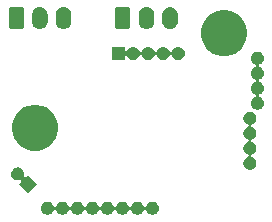
<source format=gbr>
G04 #@! TF.GenerationSoftware,KiCad,Pcbnew,5.1.5+dfsg1-2build2*
G04 #@! TF.CreationDate,2021-02-09T17:16:18+01:00*
G04 #@! TF.ProjectId,base2.0,62617365-322e-4302-9e6b-696361645f70,rev?*
G04 #@! TF.SameCoordinates,Original*
G04 #@! TF.FileFunction,Soldermask,Bot*
G04 #@! TF.FilePolarity,Negative*
%FSLAX46Y46*%
G04 Gerber Fmt 4.6, Leading zero omitted, Abs format (unit mm)*
G04 Created by KiCad (PCBNEW 5.1.5+dfsg1-2build2) date 2021-02-09 17:16:18*
%MOMM*%
%LPD*%
G04 APERTURE LIST*
%ADD10C,0.350000*%
G04 APERTURE END LIST*
D10*
G36*
X139705222Y-120980675D02*
G01*
X139805496Y-121022210D01*
X139805497Y-121022211D01*
X139895743Y-121082511D01*
X139972491Y-121159259D01*
X139972492Y-121159261D01*
X140032792Y-121249506D01*
X140064017Y-121324890D01*
X140075568Y-121346501D01*
X140091113Y-121365442D01*
X140110055Y-121380988D01*
X140131666Y-121392539D01*
X140155115Y-121399652D01*
X140179501Y-121402054D01*
X140203887Y-121399652D01*
X140227336Y-121392539D01*
X140248947Y-121380988D01*
X140267888Y-121365443D01*
X140283434Y-121346501D01*
X140294985Y-121324890D01*
X140326210Y-121249506D01*
X140386510Y-121159261D01*
X140386511Y-121159259D01*
X140463259Y-121082511D01*
X140553505Y-121022211D01*
X140553506Y-121022210D01*
X140653780Y-120980675D01*
X140760231Y-120959501D01*
X140868771Y-120959501D01*
X140975222Y-120980675D01*
X141075496Y-121022210D01*
X141075497Y-121022211D01*
X141165743Y-121082511D01*
X141242491Y-121159259D01*
X141242492Y-121159261D01*
X141302792Y-121249506D01*
X141334017Y-121324890D01*
X141345568Y-121346501D01*
X141361113Y-121365442D01*
X141380055Y-121380988D01*
X141401666Y-121392539D01*
X141425115Y-121399652D01*
X141449501Y-121402054D01*
X141473887Y-121399652D01*
X141497336Y-121392539D01*
X141518947Y-121380988D01*
X141537888Y-121365443D01*
X141553434Y-121346501D01*
X141564985Y-121324890D01*
X141596210Y-121249506D01*
X141656510Y-121159261D01*
X141656511Y-121159259D01*
X141733259Y-121082511D01*
X141823505Y-121022211D01*
X141823506Y-121022210D01*
X141923780Y-120980675D01*
X142030231Y-120959501D01*
X142138771Y-120959501D01*
X142245222Y-120980675D01*
X142345496Y-121022210D01*
X142345497Y-121022211D01*
X142435743Y-121082511D01*
X142512491Y-121159259D01*
X142512492Y-121159261D01*
X142572792Y-121249506D01*
X142604017Y-121324890D01*
X142615568Y-121346501D01*
X142631113Y-121365442D01*
X142650055Y-121380988D01*
X142671666Y-121392539D01*
X142695115Y-121399652D01*
X142719501Y-121402054D01*
X142743887Y-121399652D01*
X142767336Y-121392539D01*
X142788947Y-121380988D01*
X142807888Y-121365443D01*
X142823434Y-121346501D01*
X142834985Y-121324890D01*
X142866210Y-121249506D01*
X142926510Y-121159261D01*
X142926511Y-121159259D01*
X143003259Y-121082511D01*
X143093505Y-121022211D01*
X143093506Y-121022210D01*
X143193780Y-120980675D01*
X143300231Y-120959501D01*
X143408771Y-120959501D01*
X143515222Y-120980675D01*
X143615496Y-121022210D01*
X143615497Y-121022211D01*
X143705743Y-121082511D01*
X143782491Y-121159259D01*
X143782492Y-121159261D01*
X143842792Y-121249506D01*
X143874017Y-121324890D01*
X143885568Y-121346501D01*
X143901113Y-121365442D01*
X143920055Y-121380988D01*
X143941666Y-121392539D01*
X143965115Y-121399652D01*
X143989501Y-121402054D01*
X144013887Y-121399652D01*
X144037336Y-121392539D01*
X144058947Y-121380988D01*
X144077888Y-121365443D01*
X144093434Y-121346501D01*
X144104985Y-121324890D01*
X144136210Y-121249506D01*
X144196510Y-121159261D01*
X144196511Y-121159259D01*
X144273259Y-121082511D01*
X144363505Y-121022211D01*
X144363506Y-121022210D01*
X144463780Y-120980675D01*
X144570231Y-120959501D01*
X144678771Y-120959501D01*
X144785222Y-120980675D01*
X144885496Y-121022210D01*
X144885497Y-121022211D01*
X144975743Y-121082511D01*
X145052491Y-121159259D01*
X145052492Y-121159261D01*
X145112792Y-121249506D01*
X145144017Y-121324890D01*
X145155568Y-121346501D01*
X145171113Y-121365442D01*
X145190055Y-121380988D01*
X145211666Y-121392539D01*
X145235115Y-121399652D01*
X145259501Y-121402054D01*
X145283887Y-121399652D01*
X145307336Y-121392539D01*
X145328947Y-121380988D01*
X145347888Y-121365443D01*
X145363434Y-121346501D01*
X145374985Y-121324890D01*
X145406210Y-121249506D01*
X145466510Y-121159261D01*
X145466511Y-121159259D01*
X145543259Y-121082511D01*
X145633505Y-121022211D01*
X145633506Y-121022210D01*
X145733780Y-120980675D01*
X145840231Y-120959501D01*
X145948771Y-120959501D01*
X146055222Y-120980675D01*
X146155496Y-121022210D01*
X146155497Y-121022211D01*
X146245743Y-121082511D01*
X146322491Y-121159259D01*
X146322492Y-121159261D01*
X146382792Y-121249506D01*
X146414017Y-121324890D01*
X146425568Y-121346501D01*
X146441113Y-121365442D01*
X146460055Y-121380988D01*
X146481666Y-121392539D01*
X146505115Y-121399652D01*
X146529501Y-121402054D01*
X146553887Y-121399652D01*
X146577336Y-121392539D01*
X146598947Y-121380988D01*
X146617888Y-121365443D01*
X146633434Y-121346501D01*
X146644985Y-121324890D01*
X146676210Y-121249506D01*
X146736510Y-121159261D01*
X146736511Y-121159259D01*
X146813259Y-121082511D01*
X146903505Y-121022211D01*
X146903506Y-121022210D01*
X147003780Y-120980675D01*
X147110231Y-120959501D01*
X147218771Y-120959501D01*
X147325222Y-120980675D01*
X147425496Y-121022210D01*
X147425497Y-121022211D01*
X147515743Y-121082511D01*
X147592491Y-121159259D01*
X147592492Y-121159261D01*
X147652792Y-121249506D01*
X147684017Y-121324890D01*
X147695568Y-121346501D01*
X147711113Y-121365442D01*
X147730055Y-121380988D01*
X147751666Y-121392539D01*
X147775115Y-121399652D01*
X147799501Y-121402054D01*
X147823887Y-121399652D01*
X147847336Y-121392539D01*
X147868947Y-121380988D01*
X147887888Y-121365443D01*
X147903434Y-121346501D01*
X147914985Y-121324890D01*
X147946210Y-121249506D01*
X148006510Y-121159261D01*
X148006511Y-121159259D01*
X148083259Y-121082511D01*
X148173505Y-121022211D01*
X148173506Y-121022210D01*
X148273780Y-120980675D01*
X148380231Y-120959501D01*
X148488771Y-120959501D01*
X148595222Y-120980675D01*
X148695496Y-121022210D01*
X148695497Y-121022211D01*
X148785743Y-121082511D01*
X148862491Y-121159259D01*
X148862492Y-121159261D01*
X148922792Y-121249506D01*
X148964327Y-121349780D01*
X148985501Y-121456231D01*
X148985501Y-121564771D01*
X148964327Y-121671222D01*
X148922792Y-121771496D01*
X148922791Y-121771497D01*
X148862491Y-121861743D01*
X148785743Y-121938491D01*
X148740313Y-121968846D01*
X148695496Y-121998792D01*
X148595222Y-122040327D01*
X148488771Y-122061501D01*
X148380231Y-122061501D01*
X148273780Y-122040327D01*
X148173506Y-121998792D01*
X148128689Y-121968846D01*
X148083259Y-121938491D01*
X148006511Y-121861743D01*
X147946211Y-121771497D01*
X147946210Y-121771496D01*
X147914985Y-121696112D01*
X147903434Y-121674501D01*
X147887889Y-121655560D01*
X147868947Y-121640014D01*
X147847336Y-121628463D01*
X147823887Y-121621350D01*
X147799501Y-121618948D01*
X147775115Y-121621350D01*
X147751666Y-121628463D01*
X147730055Y-121640014D01*
X147711114Y-121655559D01*
X147695568Y-121674501D01*
X147684017Y-121696112D01*
X147652792Y-121771496D01*
X147652791Y-121771497D01*
X147592491Y-121861743D01*
X147515743Y-121938491D01*
X147470313Y-121968846D01*
X147425496Y-121998792D01*
X147325222Y-122040327D01*
X147218771Y-122061501D01*
X147110231Y-122061501D01*
X147003780Y-122040327D01*
X146903506Y-121998792D01*
X146858689Y-121968846D01*
X146813259Y-121938491D01*
X146736511Y-121861743D01*
X146676211Y-121771497D01*
X146676210Y-121771496D01*
X146644985Y-121696112D01*
X146633434Y-121674501D01*
X146617889Y-121655560D01*
X146598947Y-121640014D01*
X146577336Y-121628463D01*
X146553887Y-121621350D01*
X146529501Y-121618948D01*
X146505115Y-121621350D01*
X146481666Y-121628463D01*
X146460055Y-121640014D01*
X146441114Y-121655559D01*
X146425568Y-121674501D01*
X146414017Y-121696112D01*
X146382792Y-121771496D01*
X146382791Y-121771497D01*
X146322491Y-121861743D01*
X146245743Y-121938491D01*
X146200313Y-121968846D01*
X146155496Y-121998792D01*
X146055222Y-122040327D01*
X145948771Y-122061501D01*
X145840231Y-122061501D01*
X145733780Y-122040327D01*
X145633506Y-121998792D01*
X145588689Y-121968846D01*
X145543259Y-121938491D01*
X145466511Y-121861743D01*
X145406211Y-121771497D01*
X145406210Y-121771496D01*
X145374985Y-121696112D01*
X145363434Y-121674501D01*
X145347889Y-121655560D01*
X145328947Y-121640014D01*
X145307336Y-121628463D01*
X145283887Y-121621350D01*
X145259501Y-121618948D01*
X145235115Y-121621350D01*
X145211666Y-121628463D01*
X145190055Y-121640014D01*
X145171114Y-121655559D01*
X145155568Y-121674501D01*
X145144017Y-121696112D01*
X145112792Y-121771496D01*
X145112791Y-121771497D01*
X145052491Y-121861743D01*
X144975743Y-121938491D01*
X144930313Y-121968846D01*
X144885496Y-121998792D01*
X144785222Y-122040327D01*
X144678771Y-122061501D01*
X144570231Y-122061501D01*
X144463780Y-122040327D01*
X144363506Y-121998792D01*
X144318689Y-121968846D01*
X144273259Y-121938491D01*
X144196511Y-121861743D01*
X144136211Y-121771497D01*
X144136210Y-121771496D01*
X144104985Y-121696112D01*
X144093434Y-121674501D01*
X144077889Y-121655560D01*
X144058947Y-121640014D01*
X144037336Y-121628463D01*
X144013887Y-121621350D01*
X143989501Y-121618948D01*
X143965115Y-121621350D01*
X143941666Y-121628463D01*
X143920055Y-121640014D01*
X143901114Y-121655559D01*
X143885568Y-121674501D01*
X143874017Y-121696112D01*
X143842792Y-121771496D01*
X143842791Y-121771497D01*
X143782491Y-121861743D01*
X143705743Y-121938491D01*
X143660313Y-121968846D01*
X143615496Y-121998792D01*
X143515222Y-122040327D01*
X143408771Y-122061501D01*
X143300231Y-122061501D01*
X143193780Y-122040327D01*
X143093506Y-121998792D01*
X143048689Y-121968846D01*
X143003259Y-121938491D01*
X142926511Y-121861743D01*
X142866211Y-121771497D01*
X142866210Y-121771496D01*
X142834985Y-121696112D01*
X142823434Y-121674501D01*
X142807889Y-121655560D01*
X142788947Y-121640014D01*
X142767336Y-121628463D01*
X142743887Y-121621350D01*
X142719501Y-121618948D01*
X142695115Y-121621350D01*
X142671666Y-121628463D01*
X142650055Y-121640014D01*
X142631114Y-121655559D01*
X142615568Y-121674501D01*
X142604017Y-121696112D01*
X142572792Y-121771496D01*
X142572791Y-121771497D01*
X142512491Y-121861743D01*
X142435743Y-121938491D01*
X142390313Y-121968846D01*
X142345496Y-121998792D01*
X142245222Y-122040327D01*
X142138771Y-122061501D01*
X142030231Y-122061501D01*
X141923780Y-122040327D01*
X141823506Y-121998792D01*
X141778689Y-121968846D01*
X141733259Y-121938491D01*
X141656511Y-121861743D01*
X141596211Y-121771497D01*
X141596210Y-121771496D01*
X141564985Y-121696112D01*
X141553434Y-121674501D01*
X141537889Y-121655560D01*
X141518947Y-121640014D01*
X141497336Y-121628463D01*
X141473887Y-121621350D01*
X141449501Y-121618948D01*
X141425115Y-121621350D01*
X141401666Y-121628463D01*
X141380055Y-121640014D01*
X141361114Y-121655559D01*
X141345568Y-121674501D01*
X141334017Y-121696112D01*
X141302792Y-121771496D01*
X141302791Y-121771497D01*
X141242491Y-121861743D01*
X141165743Y-121938491D01*
X141120313Y-121968846D01*
X141075496Y-121998792D01*
X140975222Y-122040327D01*
X140868771Y-122061501D01*
X140760231Y-122061501D01*
X140653780Y-122040327D01*
X140553506Y-121998792D01*
X140508689Y-121968846D01*
X140463259Y-121938491D01*
X140386511Y-121861743D01*
X140326211Y-121771497D01*
X140326210Y-121771496D01*
X140294985Y-121696112D01*
X140283434Y-121674501D01*
X140267889Y-121655560D01*
X140248947Y-121640014D01*
X140227336Y-121628463D01*
X140203887Y-121621350D01*
X140179501Y-121618948D01*
X140155115Y-121621350D01*
X140131666Y-121628463D01*
X140110055Y-121640014D01*
X140091114Y-121655559D01*
X140075568Y-121674501D01*
X140064017Y-121696112D01*
X140032792Y-121771496D01*
X140032791Y-121771497D01*
X139972491Y-121861743D01*
X139895743Y-121938491D01*
X139850313Y-121968846D01*
X139805496Y-121998792D01*
X139705222Y-122040327D01*
X139598771Y-122061501D01*
X139490231Y-122061501D01*
X139383780Y-122040327D01*
X139283506Y-121998792D01*
X139238689Y-121968846D01*
X139193259Y-121938491D01*
X139116511Y-121861743D01*
X139056211Y-121771497D01*
X139056210Y-121771496D01*
X139014675Y-121671222D01*
X138993501Y-121564771D01*
X138993501Y-121456231D01*
X139014675Y-121349780D01*
X139056210Y-121249506D01*
X139116510Y-121159261D01*
X139116511Y-121159259D01*
X139193259Y-121082511D01*
X139283505Y-121022211D01*
X139283506Y-121022210D01*
X139383780Y-120980675D01*
X139490231Y-120959501D01*
X139598771Y-120959501D01*
X139705222Y-120980675D01*
G37*
G36*
X137184695Y-118079148D02*
G01*
X137284969Y-118120683D01*
X137284970Y-118120684D01*
X137375216Y-118180984D01*
X137451964Y-118257732D01*
X137451965Y-118257734D01*
X137512265Y-118347979D01*
X137553800Y-118448253D01*
X137574974Y-118554704D01*
X137574974Y-118663244D01*
X137553175Y-118772835D01*
X137550773Y-118797221D01*
X137553175Y-118821607D01*
X137560288Y-118845056D01*
X137571839Y-118866667D01*
X137587384Y-118885609D01*
X137606326Y-118901154D01*
X137627937Y-118912705D01*
X137651386Y-118919818D01*
X137675772Y-118922220D01*
X137700158Y-118919818D01*
X137723607Y-118912705D01*
X137745218Y-118901154D01*
X137764154Y-118885614D01*
X137922000Y-118727768D01*
X138701232Y-119507000D01*
X137922000Y-120286232D01*
X137142768Y-119507000D01*
X137300614Y-119349154D01*
X137316154Y-119330218D01*
X137327705Y-119308607D01*
X137334818Y-119285158D01*
X137337220Y-119260772D01*
X137334818Y-119236386D01*
X137327705Y-119212937D01*
X137316154Y-119191326D01*
X137300609Y-119172384D01*
X137281667Y-119156839D01*
X137260056Y-119145288D01*
X137236607Y-119138175D01*
X137212221Y-119135773D01*
X137187835Y-119138175D01*
X137078244Y-119159974D01*
X136969704Y-119159974D01*
X136863253Y-119138800D01*
X136762979Y-119097265D01*
X136718162Y-119067319D01*
X136672732Y-119036964D01*
X136595984Y-118960216D01*
X136556520Y-118901154D01*
X136535683Y-118869969D01*
X136494148Y-118769695D01*
X136472974Y-118663244D01*
X136472974Y-118554704D01*
X136494148Y-118448253D01*
X136535683Y-118347979D01*
X136595983Y-118257734D01*
X136595984Y-118257732D01*
X136672732Y-118180984D01*
X136762978Y-118120684D01*
X136762979Y-118120683D01*
X136863253Y-118079148D01*
X136969704Y-118057974D01*
X137078244Y-118057974D01*
X137184695Y-118079148D01*
G37*
G36*
X156850222Y-113360675D02*
G01*
X156950496Y-113402210D01*
X156950497Y-113402211D01*
X157040743Y-113462511D01*
X157117491Y-113539259D01*
X157117492Y-113539261D01*
X157177792Y-113629506D01*
X157219327Y-113729780D01*
X157240501Y-113836231D01*
X157240501Y-113944771D01*
X157219327Y-114051222D01*
X157177792Y-114151496D01*
X157177791Y-114151497D01*
X157117491Y-114241743D01*
X157040743Y-114318491D01*
X156995313Y-114348846D01*
X156950496Y-114378792D01*
X156875112Y-114410017D01*
X156853501Y-114421568D01*
X156834560Y-114437113D01*
X156819014Y-114456055D01*
X156807463Y-114477666D01*
X156800350Y-114501115D01*
X156797948Y-114525501D01*
X156800350Y-114549887D01*
X156807463Y-114573336D01*
X156819014Y-114594947D01*
X156834559Y-114613888D01*
X156853501Y-114629434D01*
X156875112Y-114640985D01*
X156950496Y-114672210D01*
X156950497Y-114672211D01*
X157040743Y-114732511D01*
X157117491Y-114809259D01*
X157117492Y-114809261D01*
X157177792Y-114899506D01*
X157219327Y-114999780D01*
X157240501Y-115106231D01*
X157240501Y-115214771D01*
X157219327Y-115321222D01*
X157177792Y-115421496D01*
X157177791Y-115421497D01*
X157117491Y-115511743D01*
X157040743Y-115588491D01*
X156995313Y-115618846D01*
X156950496Y-115648792D01*
X156875112Y-115680017D01*
X156853501Y-115691568D01*
X156834560Y-115707113D01*
X156819014Y-115726055D01*
X156807463Y-115747666D01*
X156800350Y-115771115D01*
X156797948Y-115795501D01*
X156800350Y-115819887D01*
X156807463Y-115843336D01*
X156819014Y-115864947D01*
X156834559Y-115883888D01*
X156853501Y-115899434D01*
X156875112Y-115910985D01*
X156950496Y-115942210D01*
X156995313Y-115972156D01*
X157040743Y-116002511D01*
X157117491Y-116079259D01*
X157117492Y-116079261D01*
X157177792Y-116169506D01*
X157219327Y-116269780D01*
X157240501Y-116376231D01*
X157240501Y-116484771D01*
X157219327Y-116591222D01*
X157177792Y-116691496D01*
X157177791Y-116691497D01*
X157117491Y-116781743D01*
X157040743Y-116858491D01*
X156995313Y-116888846D01*
X156950496Y-116918792D01*
X156875112Y-116950017D01*
X156853501Y-116961568D01*
X156834560Y-116977113D01*
X156819014Y-116996055D01*
X156807463Y-117017666D01*
X156800350Y-117041115D01*
X156797948Y-117065501D01*
X156800350Y-117089887D01*
X156807463Y-117113336D01*
X156819014Y-117134947D01*
X156834559Y-117153888D01*
X156853501Y-117169434D01*
X156875112Y-117180985D01*
X156950496Y-117212210D01*
X156950497Y-117212211D01*
X157040743Y-117272511D01*
X157117491Y-117349259D01*
X157117492Y-117349261D01*
X157177792Y-117439506D01*
X157219327Y-117539780D01*
X157240501Y-117646231D01*
X157240501Y-117754771D01*
X157219327Y-117861222D01*
X157177792Y-117961496D01*
X157177791Y-117961497D01*
X157117491Y-118051743D01*
X157040743Y-118128491D01*
X156995313Y-118158846D01*
X156950496Y-118188792D01*
X156850222Y-118230327D01*
X156743771Y-118251501D01*
X156635231Y-118251501D01*
X156528780Y-118230327D01*
X156428506Y-118188792D01*
X156383689Y-118158846D01*
X156338259Y-118128491D01*
X156261511Y-118051743D01*
X156201211Y-117961497D01*
X156201210Y-117961496D01*
X156159675Y-117861222D01*
X156138501Y-117754771D01*
X156138501Y-117646231D01*
X156159675Y-117539780D01*
X156201210Y-117439506D01*
X156261510Y-117349261D01*
X156261511Y-117349259D01*
X156338259Y-117272511D01*
X156428505Y-117212211D01*
X156428506Y-117212210D01*
X156503890Y-117180985D01*
X156525501Y-117169434D01*
X156544442Y-117153889D01*
X156559988Y-117134947D01*
X156571539Y-117113336D01*
X156578652Y-117089887D01*
X156581054Y-117065501D01*
X156578652Y-117041115D01*
X156571539Y-117017666D01*
X156559988Y-116996055D01*
X156544443Y-116977114D01*
X156525501Y-116961568D01*
X156503890Y-116950017D01*
X156428506Y-116918792D01*
X156383689Y-116888846D01*
X156338259Y-116858491D01*
X156261511Y-116781743D01*
X156201211Y-116691497D01*
X156201210Y-116691496D01*
X156159675Y-116591222D01*
X156138501Y-116484771D01*
X156138501Y-116376231D01*
X156159675Y-116269780D01*
X156201210Y-116169506D01*
X156261510Y-116079261D01*
X156261511Y-116079259D01*
X156338259Y-116002511D01*
X156383689Y-115972156D01*
X156428506Y-115942210D01*
X156503890Y-115910985D01*
X156525501Y-115899434D01*
X156544442Y-115883889D01*
X156559988Y-115864947D01*
X156571539Y-115843336D01*
X156578652Y-115819887D01*
X156581054Y-115795501D01*
X156578652Y-115771115D01*
X156571539Y-115747666D01*
X156559988Y-115726055D01*
X156544443Y-115707114D01*
X156525501Y-115691568D01*
X156503890Y-115680017D01*
X156428506Y-115648792D01*
X156383689Y-115618846D01*
X156338259Y-115588491D01*
X156261511Y-115511743D01*
X156201211Y-115421497D01*
X156201210Y-115421496D01*
X156159675Y-115321222D01*
X156138501Y-115214771D01*
X156138501Y-115106231D01*
X156159675Y-114999780D01*
X156201210Y-114899506D01*
X156261510Y-114809261D01*
X156261511Y-114809259D01*
X156338259Y-114732511D01*
X156428505Y-114672211D01*
X156428506Y-114672210D01*
X156503890Y-114640985D01*
X156525501Y-114629434D01*
X156544442Y-114613889D01*
X156559988Y-114594947D01*
X156571539Y-114573336D01*
X156578652Y-114549887D01*
X156581054Y-114525501D01*
X156578652Y-114501115D01*
X156571539Y-114477666D01*
X156559988Y-114456055D01*
X156544443Y-114437114D01*
X156525501Y-114421568D01*
X156503890Y-114410017D01*
X156428506Y-114378792D01*
X156383689Y-114348846D01*
X156338259Y-114318491D01*
X156261511Y-114241743D01*
X156201211Y-114151497D01*
X156201210Y-114151496D01*
X156159675Y-114051222D01*
X156138501Y-113944771D01*
X156138501Y-113836231D01*
X156159675Y-113729780D01*
X156201210Y-113629506D01*
X156261510Y-113539261D01*
X156261511Y-113539259D01*
X156338259Y-113462511D01*
X156428505Y-113402211D01*
X156428506Y-113402210D01*
X156528780Y-113360675D01*
X156635231Y-113339501D01*
X156743771Y-113339501D01*
X156850222Y-113360675D01*
G37*
G36*
X139069085Y-112823975D02*
G01*
X139424143Y-112971045D01*
X139424145Y-112971046D01*
X139743690Y-113184559D01*
X140015441Y-113456310D01*
X140228954Y-113775855D01*
X140228955Y-113775857D01*
X140376025Y-114130915D01*
X140451000Y-114507842D01*
X140451000Y-114892158D01*
X140376025Y-115269085D01*
X140243722Y-115588492D01*
X140228954Y-115624145D01*
X140015441Y-115943690D01*
X139743690Y-116215441D01*
X139424145Y-116428954D01*
X139424144Y-116428955D01*
X139424143Y-116428955D01*
X139069085Y-116576025D01*
X138692158Y-116651000D01*
X138307842Y-116651000D01*
X137930915Y-116576025D01*
X137575857Y-116428955D01*
X137575856Y-116428955D01*
X137575855Y-116428954D01*
X137256310Y-116215441D01*
X136984559Y-115943690D01*
X136771046Y-115624145D01*
X136756278Y-115588492D01*
X136623975Y-115269085D01*
X136549000Y-114892158D01*
X136549000Y-114507842D01*
X136623975Y-114130915D01*
X136771045Y-113775857D01*
X136771046Y-113775855D01*
X136984559Y-113456310D01*
X137256310Y-113184559D01*
X137575855Y-112971046D01*
X137575857Y-112971045D01*
X137930915Y-112823975D01*
X138307842Y-112749000D01*
X138692158Y-112749000D01*
X139069085Y-112823975D01*
G37*
G36*
X157485222Y-108280675D02*
G01*
X157585496Y-108322210D01*
X157585497Y-108322211D01*
X157675743Y-108382511D01*
X157752491Y-108459259D01*
X157753968Y-108461470D01*
X157812792Y-108549506D01*
X157854327Y-108649780D01*
X157875501Y-108756231D01*
X157875501Y-108864771D01*
X157854327Y-108971222D01*
X157812792Y-109071496D01*
X157812791Y-109071497D01*
X157752491Y-109161743D01*
X157675743Y-109238491D01*
X157630313Y-109268846D01*
X157585496Y-109298792D01*
X157510112Y-109330017D01*
X157488501Y-109341568D01*
X157469560Y-109357113D01*
X157454014Y-109376055D01*
X157442463Y-109397666D01*
X157435350Y-109421115D01*
X157432948Y-109445501D01*
X157435350Y-109469887D01*
X157442463Y-109493336D01*
X157454014Y-109514947D01*
X157469559Y-109533888D01*
X157488501Y-109549434D01*
X157510112Y-109560985D01*
X157585496Y-109592210D01*
X157585497Y-109592211D01*
X157675743Y-109652511D01*
X157752491Y-109729259D01*
X157752492Y-109729261D01*
X157812792Y-109819506D01*
X157854327Y-109919780D01*
X157875501Y-110026231D01*
X157875501Y-110134771D01*
X157854327Y-110241222D01*
X157812792Y-110341496D01*
X157812791Y-110341497D01*
X157752491Y-110431743D01*
X157675743Y-110508491D01*
X157630313Y-110538846D01*
X157585496Y-110568792D01*
X157510112Y-110600017D01*
X157488501Y-110611568D01*
X157469560Y-110627113D01*
X157454014Y-110646055D01*
X157442463Y-110667666D01*
X157435350Y-110691115D01*
X157432948Y-110715501D01*
X157435350Y-110739887D01*
X157442463Y-110763336D01*
X157454014Y-110784947D01*
X157469559Y-110803888D01*
X157488501Y-110819434D01*
X157510112Y-110830985D01*
X157585496Y-110862210D01*
X157585497Y-110862211D01*
X157675743Y-110922511D01*
X157752491Y-110999259D01*
X157752492Y-110999261D01*
X157812792Y-111089506D01*
X157854327Y-111189780D01*
X157875501Y-111296231D01*
X157875501Y-111404771D01*
X157854327Y-111511222D01*
X157812792Y-111611496D01*
X157812791Y-111611497D01*
X157752491Y-111701743D01*
X157675743Y-111778491D01*
X157630313Y-111808846D01*
X157585496Y-111838792D01*
X157510112Y-111870017D01*
X157488501Y-111881568D01*
X157469560Y-111897113D01*
X157454014Y-111916055D01*
X157442463Y-111937666D01*
X157435350Y-111961115D01*
X157432948Y-111985501D01*
X157435350Y-112009887D01*
X157442463Y-112033336D01*
X157454014Y-112054947D01*
X157469559Y-112073888D01*
X157488501Y-112089434D01*
X157510112Y-112100985D01*
X157585496Y-112132210D01*
X157585497Y-112132211D01*
X157675743Y-112192511D01*
X157752491Y-112269259D01*
X157752492Y-112269261D01*
X157812792Y-112359506D01*
X157854327Y-112459780D01*
X157875501Y-112566231D01*
X157875501Y-112674771D01*
X157854327Y-112781222D01*
X157812792Y-112881496D01*
X157812791Y-112881497D01*
X157752491Y-112971743D01*
X157675743Y-113048491D01*
X157630313Y-113078846D01*
X157585496Y-113108792D01*
X157485222Y-113150327D01*
X157378771Y-113171501D01*
X157270231Y-113171501D01*
X157163780Y-113150327D01*
X157063506Y-113108792D01*
X157018689Y-113078846D01*
X156973259Y-113048491D01*
X156896511Y-112971743D01*
X156836211Y-112881497D01*
X156836210Y-112881496D01*
X156794675Y-112781222D01*
X156773501Y-112674771D01*
X156773501Y-112566231D01*
X156794675Y-112459780D01*
X156836210Y-112359506D01*
X156896510Y-112269261D01*
X156896511Y-112269259D01*
X156973259Y-112192511D01*
X157063505Y-112132211D01*
X157063506Y-112132210D01*
X157138890Y-112100985D01*
X157160501Y-112089434D01*
X157179442Y-112073889D01*
X157194988Y-112054947D01*
X157206539Y-112033336D01*
X157213652Y-112009887D01*
X157216054Y-111985501D01*
X157213652Y-111961115D01*
X157206539Y-111937666D01*
X157194988Y-111916055D01*
X157179443Y-111897114D01*
X157160501Y-111881568D01*
X157138890Y-111870017D01*
X157063506Y-111838792D01*
X157018689Y-111808846D01*
X156973259Y-111778491D01*
X156896511Y-111701743D01*
X156836211Y-111611497D01*
X156836210Y-111611496D01*
X156794675Y-111511222D01*
X156773501Y-111404771D01*
X156773501Y-111296231D01*
X156794675Y-111189780D01*
X156836210Y-111089506D01*
X156896510Y-110999261D01*
X156896511Y-110999259D01*
X156973259Y-110922511D01*
X157063505Y-110862211D01*
X157063506Y-110862210D01*
X157138890Y-110830985D01*
X157160501Y-110819434D01*
X157179442Y-110803889D01*
X157194988Y-110784947D01*
X157206539Y-110763336D01*
X157213652Y-110739887D01*
X157216054Y-110715501D01*
X157213652Y-110691115D01*
X157206539Y-110667666D01*
X157194988Y-110646055D01*
X157179443Y-110627114D01*
X157160501Y-110611568D01*
X157138890Y-110600017D01*
X157063506Y-110568792D01*
X157018689Y-110538846D01*
X156973259Y-110508491D01*
X156896511Y-110431743D01*
X156836211Y-110341497D01*
X156836210Y-110341496D01*
X156794675Y-110241222D01*
X156773501Y-110134771D01*
X156773501Y-110026231D01*
X156794675Y-109919780D01*
X156836210Y-109819506D01*
X156896510Y-109729261D01*
X156896511Y-109729259D01*
X156973259Y-109652511D01*
X157063505Y-109592211D01*
X157063506Y-109592210D01*
X157138890Y-109560985D01*
X157160501Y-109549434D01*
X157179442Y-109533889D01*
X157194988Y-109514947D01*
X157206539Y-109493336D01*
X157213652Y-109469887D01*
X157216054Y-109445501D01*
X157213652Y-109421115D01*
X157206539Y-109397666D01*
X157194988Y-109376055D01*
X157179443Y-109357114D01*
X157160501Y-109341568D01*
X157138890Y-109330017D01*
X157063506Y-109298792D01*
X157018689Y-109268846D01*
X156973259Y-109238491D01*
X156896511Y-109161743D01*
X156836211Y-109071497D01*
X156836210Y-109071496D01*
X156794675Y-108971222D01*
X156773501Y-108864771D01*
X156773501Y-108756231D01*
X156794675Y-108649780D01*
X156836210Y-108549506D01*
X156895034Y-108461470D01*
X156896511Y-108459259D01*
X156973259Y-108382511D01*
X157063505Y-108322211D01*
X157063506Y-108322210D01*
X157163780Y-108280675D01*
X157270231Y-108259501D01*
X157378771Y-108259501D01*
X157485222Y-108280675D01*
G37*
G36*
X146093000Y-108079418D02*
G01*
X146095402Y-108103804D01*
X146102515Y-108127253D01*
X146114066Y-108148864D01*
X146129611Y-108167806D01*
X146148553Y-108183351D01*
X146170164Y-108194902D01*
X146193613Y-108202015D01*
X146217999Y-108204417D01*
X146242385Y-108202015D01*
X146265834Y-108194902D01*
X146287445Y-108183351D01*
X146306387Y-108167806D01*
X146321932Y-108148864D01*
X146384009Y-108055960D01*
X146384010Y-108055958D01*
X146460758Y-107979210D01*
X146551004Y-107918910D01*
X146551005Y-107918909D01*
X146651279Y-107877374D01*
X146757730Y-107856200D01*
X146866270Y-107856200D01*
X146972721Y-107877374D01*
X147072995Y-107918909D01*
X147072996Y-107918910D01*
X147163242Y-107979210D01*
X147239990Y-108055958D01*
X147239991Y-108055960D01*
X147300291Y-108146205D01*
X147331516Y-108221589D01*
X147343067Y-108243200D01*
X147358612Y-108262141D01*
X147377554Y-108277687D01*
X147399165Y-108289238D01*
X147422614Y-108296351D01*
X147447000Y-108298753D01*
X147471386Y-108296351D01*
X147494835Y-108289238D01*
X147516446Y-108277687D01*
X147535387Y-108262142D01*
X147550933Y-108243200D01*
X147562484Y-108221589D01*
X147593709Y-108146205D01*
X147654009Y-108055960D01*
X147654010Y-108055958D01*
X147730758Y-107979210D01*
X147821004Y-107918910D01*
X147821005Y-107918909D01*
X147921279Y-107877374D01*
X148027730Y-107856200D01*
X148136270Y-107856200D01*
X148242721Y-107877374D01*
X148342995Y-107918909D01*
X148342996Y-107918910D01*
X148433242Y-107979210D01*
X148509990Y-108055958D01*
X148509991Y-108055960D01*
X148570291Y-108146205D01*
X148601516Y-108221589D01*
X148613067Y-108243200D01*
X148628612Y-108262141D01*
X148647554Y-108277687D01*
X148669165Y-108289238D01*
X148692614Y-108296351D01*
X148717000Y-108298753D01*
X148741386Y-108296351D01*
X148764835Y-108289238D01*
X148786446Y-108277687D01*
X148805387Y-108262142D01*
X148820933Y-108243200D01*
X148832484Y-108221589D01*
X148863709Y-108146205D01*
X148924009Y-108055960D01*
X148924010Y-108055958D01*
X149000758Y-107979210D01*
X149091004Y-107918910D01*
X149091005Y-107918909D01*
X149191279Y-107877374D01*
X149297730Y-107856200D01*
X149406270Y-107856200D01*
X149512721Y-107877374D01*
X149612995Y-107918909D01*
X149612996Y-107918910D01*
X149703242Y-107979210D01*
X149779990Y-108055958D01*
X149779991Y-108055960D01*
X149840291Y-108146205D01*
X149871516Y-108221589D01*
X149883067Y-108243200D01*
X149898612Y-108262141D01*
X149917554Y-108277687D01*
X149939165Y-108289238D01*
X149962614Y-108296351D01*
X149987000Y-108298753D01*
X150011386Y-108296351D01*
X150034835Y-108289238D01*
X150056446Y-108277687D01*
X150075387Y-108262142D01*
X150090933Y-108243200D01*
X150102484Y-108221589D01*
X150133709Y-108146205D01*
X150194009Y-108055960D01*
X150194010Y-108055958D01*
X150270758Y-107979210D01*
X150361004Y-107918910D01*
X150361005Y-107918909D01*
X150461279Y-107877374D01*
X150567730Y-107856200D01*
X150676270Y-107856200D01*
X150782721Y-107877374D01*
X150882995Y-107918909D01*
X150882996Y-107918910D01*
X150973242Y-107979210D01*
X151049990Y-108055958D01*
X151049991Y-108055960D01*
X151110291Y-108146205D01*
X151151826Y-108246479D01*
X151173000Y-108352930D01*
X151173000Y-108461470D01*
X151151826Y-108567921D01*
X151110291Y-108668195D01*
X151110290Y-108668196D01*
X151049990Y-108758442D01*
X150973242Y-108835190D01*
X150928972Y-108864770D01*
X150882995Y-108895491D01*
X150782721Y-108937026D01*
X150676270Y-108958200D01*
X150567730Y-108958200D01*
X150461279Y-108937026D01*
X150361005Y-108895491D01*
X150315028Y-108864770D01*
X150270758Y-108835190D01*
X150194010Y-108758442D01*
X150133710Y-108668196D01*
X150133709Y-108668195D01*
X150102484Y-108592811D01*
X150090933Y-108571200D01*
X150075388Y-108552259D01*
X150056446Y-108536713D01*
X150034835Y-108525162D01*
X150011386Y-108518049D01*
X149987000Y-108515647D01*
X149962614Y-108518049D01*
X149939165Y-108525162D01*
X149917554Y-108536713D01*
X149898613Y-108552258D01*
X149883067Y-108571200D01*
X149871516Y-108592811D01*
X149840291Y-108668195D01*
X149840290Y-108668196D01*
X149779990Y-108758442D01*
X149703242Y-108835190D01*
X149658972Y-108864770D01*
X149612995Y-108895491D01*
X149512721Y-108937026D01*
X149406270Y-108958200D01*
X149297730Y-108958200D01*
X149191279Y-108937026D01*
X149091005Y-108895491D01*
X149045028Y-108864770D01*
X149000758Y-108835190D01*
X148924010Y-108758442D01*
X148863710Y-108668196D01*
X148863709Y-108668195D01*
X148832484Y-108592811D01*
X148820933Y-108571200D01*
X148805388Y-108552259D01*
X148786446Y-108536713D01*
X148764835Y-108525162D01*
X148741386Y-108518049D01*
X148717000Y-108515647D01*
X148692614Y-108518049D01*
X148669165Y-108525162D01*
X148647554Y-108536713D01*
X148628613Y-108552258D01*
X148613067Y-108571200D01*
X148601516Y-108592811D01*
X148570291Y-108668195D01*
X148570290Y-108668196D01*
X148509990Y-108758442D01*
X148433242Y-108835190D01*
X148388972Y-108864770D01*
X148342995Y-108895491D01*
X148242721Y-108937026D01*
X148136270Y-108958200D01*
X148027730Y-108958200D01*
X147921279Y-108937026D01*
X147821005Y-108895491D01*
X147775028Y-108864770D01*
X147730758Y-108835190D01*
X147654010Y-108758442D01*
X147593710Y-108668196D01*
X147593709Y-108668195D01*
X147562484Y-108592811D01*
X147550933Y-108571200D01*
X147535388Y-108552259D01*
X147516446Y-108536713D01*
X147494835Y-108525162D01*
X147471386Y-108518049D01*
X147447000Y-108515647D01*
X147422614Y-108518049D01*
X147399165Y-108525162D01*
X147377554Y-108536713D01*
X147358613Y-108552258D01*
X147343067Y-108571200D01*
X147331516Y-108592811D01*
X147300291Y-108668195D01*
X147300290Y-108668196D01*
X147239990Y-108758442D01*
X147163242Y-108835190D01*
X147118972Y-108864770D01*
X147072995Y-108895491D01*
X146972721Y-108937026D01*
X146866270Y-108958200D01*
X146757730Y-108958200D01*
X146651279Y-108937026D01*
X146551005Y-108895491D01*
X146505028Y-108864770D01*
X146460758Y-108835190D01*
X146384010Y-108758442D01*
X146363012Y-108727016D01*
X146321932Y-108665536D01*
X146306386Y-108646594D01*
X146287444Y-108631049D01*
X146265833Y-108619498D01*
X146242385Y-108612385D01*
X146217998Y-108609983D01*
X146193612Y-108612385D01*
X146170163Y-108619498D01*
X146148553Y-108631049D01*
X146129611Y-108646595D01*
X146114066Y-108665537D01*
X146102515Y-108687148D01*
X146095402Y-108710596D01*
X146093000Y-108734982D01*
X146093000Y-108958200D01*
X144991000Y-108958200D01*
X144991000Y-107856200D01*
X146093000Y-107856200D01*
X146093000Y-108079418D01*
G37*
G36*
X155069085Y-104823975D02*
G01*
X155424143Y-104971045D01*
X155424145Y-104971046D01*
X155743690Y-105184559D01*
X156015441Y-105456310D01*
X156189610Y-105716973D01*
X156228955Y-105775857D01*
X156376025Y-106130915D01*
X156451000Y-106507842D01*
X156451000Y-106892158D01*
X156376025Y-107269085D01*
X156228955Y-107624143D01*
X156228954Y-107624145D01*
X156015441Y-107943690D01*
X155743690Y-108215441D01*
X155424145Y-108428954D01*
X155424144Y-108428955D01*
X155424143Y-108428955D01*
X155069085Y-108576025D01*
X154692158Y-108651000D01*
X154307842Y-108651000D01*
X153930915Y-108576025D01*
X153575857Y-108428955D01*
X153575856Y-108428955D01*
X153575855Y-108428954D01*
X153256310Y-108215441D01*
X152984559Y-107943690D01*
X152771046Y-107624145D01*
X152771045Y-107624143D01*
X152623975Y-107269085D01*
X152549000Y-106892158D01*
X152549000Y-106507842D01*
X152623975Y-106130915D01*
X152771045Y-105775857D01*
X152810390Y-105716973D01*
X152984559Y-105456310D01*
X153256310Y-105184559D01*
X153575855Y-104971046D01*
X153575857Y-104971045D01*
X153930915Y-104823975D01*
X154307842Y-104749000D01*
X154692158Y-104749000D01*
X155069085Y-104823975D01*
G37*
G36*
X148050617Y-104493420D02*
G01*
X148131399Y-104517925D01*
X148173335Y-104530646D01*
X148286424Y-104591094D01*
X148385554Y-104672447D01*
X148466906Y-104771575D01*
X148527354Y-104884664D01*
X148537040Y-104916596D01*
X148564580Y-105007382D01*
X148574000Y-105103027D01*
X148574000Y-105716973D01*
X148564580Y-105812618D01*
X148537040Y-105903404D01*
X148527354Y-105935336D01*
X148466906Y-106048425D01*
X148385554Y-106147554D01*
X148286425Y-106228906D01*
X148173336Y-106289354D01*
X148141404Y-106299040D01*
X148050618Y-106326580D01*
X147923000Y-106339149D01*
X147795383Y-106326580D01*
X147704597Y-106299040D01*
X147672665Y-106289354D01*
X147559576Y-106228906D01*
X147460447Y-106147554D01*
X147379096Y-106048427D01*
X147379095Y-106048425D01*
X147318647Y-105935336D01*
X147318645Y-105935333D01*
X147306237Y-105894427D01*
X147281420Y-105812618D01*
X147272000Y-105716973D01*
X147272000Y-105103028D01*
X147281420Y-105007383D01*
X147318645Y-104884669D01*
X147318646Y-104884665D01*
X147379094Y-104771576D01*
X147460447Y-104672446D01*
X147559575Y-104591094D01*
X147672664Y-104530646D01*
X147714600Y-104517925D01*
X147795382Y-104493420D01*
X147923000Y-104480851D01*
X148050617Y-104493420D01*
G37*
G36*
X150050617Y-104493420D02*
G01*
X150131399Y-104517925D01*
X150173335Y-104530646D01*
X150286424Y-104591094D01*
X150385554Y-104672447D01*
X150466906Y-104771575D01*
X150527354Y-104884664D01*
X150537040Y-104916596D01*
X150564580Y-105007382D01*
X150574000Y-105103027D01*
X150574000Y-105716973D01*
X150564580Y-105812618D01*
X150537040Y-105903404D01*
X150527354Y-105935336D01*
X150466906Y-106048425D01*
X150385554Y-106147554D01*
X150286425Y-106228906D01*
X150173336Y-106289354D01*
X150141404Y-106299040D01*
X150050618Y-106326580D01*
X149923000Y-106339149D01*
X149795383Y-106326580D01*
X149704597Y-106299040D01*
X149672665Y-106289354D01*
X149559576Y-106228906D01*
X149460447Y-106147554D01*
X149379096Y-106048427D01*
X149379095Y-106048425D01*
X149318647Y-105935336D01*
X149318645Y-105935333D01*
X149306237Y-105894427D01*
X149281420Y-105812618D01*
X149272000Y-105716973D01*
X149272000Y-105103028D01*
X149281420Y-105007383D01*
X149318645Y-104884669D01*
X149318646Y-104884665D01*
X149379094Y-104771576D01*
X149460447Y-104672446D01*
X149559575Y-104591094D01*
X149672664Y-104530646D01*
X149714600Y-104517925D01*
X149795382Y-104493420D01*
X149923000Y-104480851D01*
X150050617Y-104493420D01*
G37*
G36*
X139033617Y-104493420D02*
G01*
X139114399Y-104517925D01*
X139156335Y-104530646D01*
X139269424Y-104591094D01*
X139368554Y-104672447D01*
X139449906Y-104771575D01*
X139510354Y-104884664D01*
X139520040Y-104916596D01*
X139547580Y-105007382D01*
X139557000Y-105103027D01*
X139557000Y-105716973D01*
X139547580Y-105812618D01*
X139520040Y-105903404D01*
X139510354Y-105935336D01*
X139449906Y-106048425D01*
X139368554Y-106147554D01*
X139269425Y-106228906D01*
X139156336Y-106289354D01*
X139124404Y-106299040D01*
X139033618Y-106326580D01*
X138906000Y-106339149D01*
X138778383Y-106326580D01*
X138687597Y-106299040D01*
X138655665Y-106289354D01*
X138542576Y-106228906D01*
X138443447Y-106147554D01*
X138362096Y-106048427D01*
X138362095Y-106048425D01*
X138301647Y-105935336D01*
X138301645Y-105935333D01*
X138289237Y-105894427D01*
X138264420Y-105812618D01*
X138255000Y-105716973D01*
X138255000Y-105103028D01*
X138264420Y-105007383D01*
X138301645Y-104884669D01*
X138301646Y-104884665D01*
X138362094Y-104771576D01*
X138443447Y-104672446D01*
X138542575Y-104591094D01*
X138655664Y-104530646D01*
X138697600Y-104517925D01*
X138778382Y-104493420D01*
X138906000Y-104480851D01*
X139033617Y-104493420D01*
G37*
G36*
X141033617Y-104493420D02*
G01*
X141114399Y-104517925D01*
X141156335Y-104530646D01*
X141269424Y-104591094D01*
X141368554Y-104672447D01*
X141449906Y-104771575D01*
X141510354Y-104884664D01*
X141520040Y-104916596D01*
X141547580Y-105007382D01*
X141557000Y-105103027D01*
X141557000Y-105716973D01*
X141547580Y-105812618D01*
X141520040Y-105903404D01*
X141510354Y-105935336D01*
X141449906Y-106048425D01*
X141368554Y-106147554D01*
X141269425Y-106228906D01*
X141156336Y-106289354D01*
X141124404Y-106299040D01*
X141033618Y-106326580D01*
X140906000Y-106339149D01*
X140778383Y-106326580D01*
X140687597Y-106299040D01*
X140655665Y-106289354D01*
X140542576Y-106228906D01*
X140443447Y-106147554D01*
X140362096Y-106048427D01*
X140362095Y-106048425D01*
X140301647Y-105935336D01*
X140301645Y-105935333D01*
X140289237Y-105894427D01*
X140264420Y-105812618D01*
X140255000Y-105716973D01*
X140255000Y-105103028D01*
X140264420Y-105007383D01*
X140301645Y-104884669D01*
X140301646Y-104884665D01*
X140362094Y-104771576D01*
X140443447Y-104672446D01*
X140542575Y-104591094D01*
X140655664Y-104530646D01*
X140697600Y-104517925D01*
X140778382Y-104493420D01*
X140906000Y-104480851D01*
X141033617Y-104493420D01*
G37*
G36*
X146414242Y-104488404D02*
G01*
X146451337Y-104499657D01*
X146485515Y-104517925D01*
X146515481Y-104542519D01*
X146540075Y-104572485D01*
X146558343Y-104606663D01*
X146569596Y-104643758D01*
X146574000Y-104688474D01*
X146574000Y-106131526D01*
X146569596Y-106176242D01*
X146558343Y-106213337D01*
X146540075Y-106247515D01*
X146515481Y-106277481D01*
X146485515Y-106302075D01*
X146451337Y-106320343D01*
X146414242Y-106331596D01*
X146369526Y-106336000D01*
X145476474Y-106336000D01*
X145431758Y-106331596D01*
X145394663Y-106320343D01*
X145360485Y-106302075D01*
X145330519Y-106277481D01*
X145305925Y-106247515D01*
X145287657Y-106213337D01*
X145276404Y-106176242D01*
X145272000Y-106131526D01*
X145272000Y-104688474D01*
X145276404Y-104643758D01*
X145287657Y-104606663D01*
X145305925Y-104572485D01*
X145330519Y-104542519D01*
X145360485Y-104517925D01*
X145394663Y-104499657D01*
X145431758Y-104488404D01*
X145476474Y-104484000D01*
X146369526Y-104484000D01*
X146414242Y-104488404D01*
G37*
G36*
X137397242Y-104488404D02*
G01*
X137434337Y-104499657D01*
X137468515Y-104517925D01*
X137498481Y-104542519D01*
X137523075Y-104572485D01*
X137541343Y-104606663D01*
X137552596Y-104643758D01*
X137557000Y-104688474D01*
X137557000Y-106131526D01*
X137552596Y-106176242D01*
X137541343Y-106213337D01*
X137523075Y-106247515D01*
X137498481Y-106277481D01*
X137468515Y-106302075D01*
X137434337Y-106320343D01*
X137397242Y-106331596D01*
X137352526Y-106336000D01*
X136459474Y-106336000D01*
X136414758Y-106331596D01*
X136377663Y-106320343D01*
X136343485Y-106302075D01*
X136313519Y-106277481D01*
X136288925Y-106247515D01*
X136270657Y-106213337D01*
X136259404Y-106176242D01*
X136255000Y-106131526D01*
X136255000Y-104688474D01*
X136259404Y-104643758D01*
X136270657Y-104606663D01*
X136288925Y-104572485D01*
X136313519Y-104542519D01*
X136343485Y-104517925D01*
X136377663Y-104499657D01*
X136414758Y-104488404D01*
X136459474Y-104484000D01*
X137352526Y-104484000D01*
X137397242Y-104488404D01*
G37*
M02*

</source>
